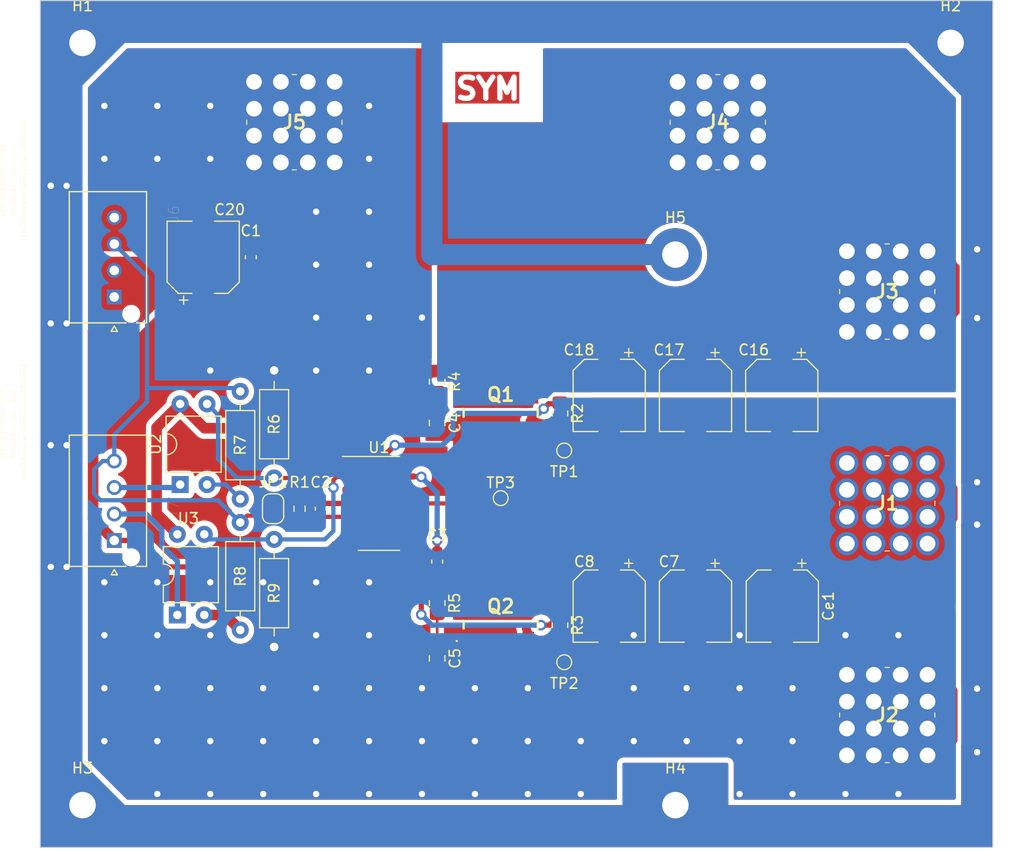
<source format=kicad_pcb>
(kicad_pcb (version 20221018) (generator pcbnew)
  (layers (0 "F.Cu" signal) (31 "B.Cu" signal) (34 "B.Paste" user) (35 "F.Paste" user) (36 "B.SilkS" user "B.Silkscreen") (38 "B.Mask" user) (39 "F.Mask" user) (44 "Edge.Cuts" user))
  (net 0 "")
  (net 1 "GND")
  (net 2 "/LOAD")
  (net 3 "+BATT")
  (net 4 "GNDPWR")
  (net 5 "Net-(JP1-B)")
  (net 6 "+12V")
  (net 7 "Net-(U1-V_{B})")
  (net 8 "Net-(C4-Pad1)")
  (net 9 "Net-(C5-Pad1)")
  (net 10 "H_{IN}")
  (net 11 "L_{IN}")
  (net 12 "/V_{GH}")
  (net 13 "/V_{GL}")
  (net 14 "Net-(U1-HO)")
  (net 15 "Net-(U1-LO)")
  (net 19 "Net-(R7-Pad1)")
  (net 20 "H_{IN}_{_ISO}")
  (net 21 "L_{IN}_{_ISO}")
  (net 22 "Net-(R8-Pad1)")
  (net 23 "Earth_Clean")
  (footprint "Library:MOLEX_2078430004_L1NK_250_4-PIN" (layer "F.Cu") (at 129 63 -90)
    (fp_text reference "J6")
    (fp_text value "Conn_01x04")
  )
  (footprint "Library:MOLEX_2078430004_L1NK_250_4-PIN" (layer "F.Cu") (at 129 86 -90)
    (fp_text reference "J7")
    (fp_text value "Conn_01x04")
  )
  (footprint "MountingHole:MountingHole_2.5mm_Pad" (layer "F.Cu") (at 182 111)
    (fp_text reference "H4")
    (fp_text value "MountingHole_Pad")
  )
  (footprint "Capacitor_SMD:CP_Elec_6.3x5.4_Nichicon" (layer "F.Cu") (at 192.05 72.3 -90)
    (fp_text reference "C16")
    (fp_text value "100nF")
  )
  (footprint "Capacitor_SMD:CP_Elec_6.3x5.4_Nichicon" (layer "F.Cu") (at 183.9 92.2 -90)
    (fp_text reference "C7")
    (fp_text value "100nF")
  )
  (footprint "Resistor_THT:R_Axial_DIN0207_L6.3mm_D2.5mm_P10.16mm_Horizontal" (layer "F.Cu") (at 140.9 94.46 90)
    (fp_text reference "R8")
    (fp_text value "R_{DT}")
  )
  (footprint "Package_DIP:DIP-4_W7.62mm" (layer "F.Cu") (at 134.96 93.04 90)
    (fp_text reference "U3")
    (fp_text value "EL817")
  )
  (footprint "Library:M5 Screw Terminal" (layer "F.Cu") (at 198.2 86.3)
    (fp_text reference "J1")
    (fp_text value "Motor Middle Connection" hide)
  )
  (footprint "TestPoint:TestPoint_Pad_D1.0mm" (layer "F.Cu") (at 171.5 97.5)
    (fp_text reference "TP2")
    (fp_text value "V_{Gate_LO}")
  )
  (footprint "Resistor_THT:R_Axial_DIN0207_L6.3mm_D2.5mm_P10.16mm_Horizontal" (layer "F.Cu") (at 144.1 80.1 90)
    (fp_text reference "R6")
    (fp_text value "R_{DT}")
  )
  (footprint "TestPoint:TestPoint_Pad_D1.0mm" (layer "F.Cu") (at 165.5 82)
    (fp_text reference "TP3")
    (fp_text value "V_{Drain}")
  )
  (footprint "Resistor_SMD:R_0805_2012Metric_Pad1.20x1.40mm_HandSolder" (layer "F.Cu") (at 159.5 71 -90)
    (fp_text reference "R4")
    (fp_text value "R_{SNUBH}")
  )
  (footprint "Resistor_SMD:R_0805_2012Metric_Pad1.20x1.40mm_HandSolder" (layer "F.Cu") (at 171.1 94 -90)
    (fp_text reference "R3")
    (fp_text value "R_{G}_{L}")
  )
  (footprint "Resistor_SMD:R_0805_2012Metric_Pad1.20x1.40mm_HandSolder" (layer "F.Cu") (at 171.1 74 -90)
    (fp_text reference "R2")
    (fp_text value "R_{G}_{H}")
  )
  (footprint "Capacitor_SMD:C_0603_1608Metric_Pad1.08x0.95mm_HandSolder" (layer "F.Cu") (at 148.5 83 -90)
    (fp_text reference "C2")
    (fp_text value "1nF")
  )
  (footprint "Library:M5 Screw Terminal" (layer "F.Cu") (at 182.2 50.3)
    (fp_text reference "J4")
    (fp_text value "Batt+" hide)
  )
  (footprint "TestPoint:TestPoint_Pad_D1.0mm" (layer "F.Cu") (at 171.5 77.5)
    (fp_text reference "TP1")
    (fp_text value "V_{Gate_HI}")
  )
  (footprint "Capacitor_SMD:C_0603_1608Metric_Pad1.08x0.95mm_HandSolder" (layer "F.Cu") (at 141.9 59.25 90)
    (fp_text reference "C1")
    (fp_text value "1uF")
  )
  (footprint "Library:IAUA250N04S6N005AUMA1" (layer "F.Cu") (at 165.5 91.825)
    (fp_text reference "Q2")
    (fp_text value "IAUA250N04S6N005" hide)
  )
  (footprint "Library:M5 Screw Terminal" (layer "F.Cu") (at 142.2 50.3)
    (fp_text reference "J5")
    (fp_text value "Batt-" hide)
  )
  (footprint "Library:M5 Screw Terminal" (layer "F.Cu") (at 198.2 66.3)
    (fp_text reference "J3")
    (fp_text value "Motor Upper Connection" hide)
  )
  (footprint "Capacitor_SMD:CP_Elec_6.3x5.4_Nichicon" (layer "F.Cu") (at 175.75 72.3 -90)
    (fp_text reference "C18")
    (fp_text value "100nF")
  )
  (footprint "Library:IAUA250N04S6N005AUMA1" (layer "F.Cu") (at 165.5 71.825)
    (fp_text reference "Q1")
    (fp_text value "IAUA250N04S6N005" hide)
  )
  (footprint "Package_SO:SO-14_3.9x8.65mm_P1.27mm" (layer "F.Cu") (at 154 82.5)
    (fp_text reference "U1")
    (fp_text value "2ED21824S06J")
  )
  (footprint "MountingHole:MountingHole_2.5mm_Pad" (layer "F.Cu") (at 126 111)
    (fp_text reference "H3")
    (fp_text value "MountingHole_Pad")
  )
  (footprint "MountingHole:MountingHole_2.5mm_Pad" (layer "F.Cu") (at 126 39)
    (fp_text reference "H1")
    (fp_text value "MountingHole_Pad")
  )
  (footprint "Resistor_SMD:R_0603_1608Metric_Pad0.98x0.95mm_HandSolder" (layer "F.Cu") (at 146.5 83 -90)
    (fp_text reference "R1")
    (fp_text value "R_{DT}")
  )
  (footprint "Resistor_THT:R_Axial_DIN0207_L6.3mm_D2.5mm_P10.16mm_Horizontal" (layer "F.Cu") (at 140.9 82.08 90)
    (fp_text reference "R7")
    (fp_text value "R_{DT}")
  )
  (footprint "Resistor_THT:R_Axial_DIN0207_L6.3mm_D2.5mm_P10.16mm_Horizontal" (layer "F.Cu") (at 144.1 85.9 -90)
    (fp_text reference "R9")
    (fp_text value "R_{DT}")
  )
  (footprint "Library:M5 Screw Terminal" (layer "F.Cu") (at 198.2 106.3)
    (fp_text reference "J2")
    (fp_text value "Motor Bottom Connection" hide)
  )
  (footprint "Capacitor_SMD:CP_Elec_6.3x5.4_Nichicon" (layer "F.Cu") (at 183.9 72.3 -90)
    (fp_text reference "C17")
    (fp_text value "100nF")
  )
  (footprint "Capacitor_SMD:CP_Elec_6.3x5.4_Nichicon" (layer "F.Cu") (at 137.4 59.25 90)
    (fp_text reference "C20")
    (fp_text value "100uF")
  )
  (footprint "Capacitor_SMD:CP_Elec_6.3x5.4_Nichicon" (layer "F.Cu") (at 175.75 92.2 -90)
    (fp_text reference "C8")
    (fp_text value "100nF")
  )
  (footprint "MountingHole:MountingHole_2.5mm_Pad" (layer "F.Cu") (at 208 39)
    (fp_text reference "H2")
    (fp_text value "MountingHole_Pad")
  )
  (footprint "MountingHole:MountingHole_2.5mm_Pad" (layer "F.Cu") (at 182 59)
    (fp_text reference "H5")
    (fp_text value "MountingHole_Pad")
  )
  (footprint "Jumper:SolderJumper-2_P1.3mm_Open_RoundedPad1.0x1.5mm" (layer "F.Cu") (at 144 83 90)
    (fp_text reference "JP1")
    (fp_text value "J_{DT}")
  )
  (footprint "Capacitor_SMD:CP_Elec_6.3x5.4_Nichicon" (layer "F.Cu") (at 192.1 92.2 -90)
    (fp_text reference "Ce1")
    (fp_text value "100nF")
  )
  (footprint "Capacitor_SMD:C_0603_1608Metric_Pad1.08x0.95mm_HandSolder" (layer "F.Cu") (at 159.5 88 -90)
    (fp_text reference "C3")
    (fp_text value "4.7uF")
  )
  (footprint "Package_DIP:DIP-4_W7.62mm" (layer "F.Cu") (at 135.225 80.72 90)
    (fp_text reference "U2")
    (fp_text value "EL817")
  )
  (footprint "Capacitor_SMD:C_0805_2012Metric_Pad1.18x1.45mm_HandSolder" (layer "F.Cu") (at 159.5 74.9 -90)
    (fp_text reference "C4")
    (fp_text value "C_{SNUBH}")
  )
  (footprint "Capacitor_SMD:C_0805_2012Metric_Pad1.18x1.45mm_HandSolder" (layer "F.Cu") (at 159.5 97.1375 -90)
    (fp_text reference "C5")
    (fp_text value "C_{SNUBL}")
  )
  (footprint "Resistor_SMD:R_0805_2012Metric_Pad1.20x1.40mm_HandSolder" (layer "F.Cu") (at 159.5 91.9125 -90)
    (fp_text reference "R5")
    (fp_text value "R_{SNUBL}")
  )
  (gr_rect (start 122 35) (end 212 115) (stroke (width 0.1)) (fill none) (layer "Edge.Cuts"))
  (gr_text "M" (at 210.5 82.5 90) (layer "F.Cu") (effects (font (size 1.5 1.5) (thickness 0.3) bold)))
  (gr_text "H_{IN}\n" (at 123.5 81.28) (layer "F.Cu") (effects (font (size 0.8 0.8) (thickness 0.2) bold)))
  (gr_text "GND\n" (at 124 56.75 90) (layer "F.Cu") (effects (font (size 1.5 1.5) (thickness 0.3) bold)))
  (gr_text "M+" (at 210.7 62.3 90) (layer "F.Cu") (effects (font (size 1.5 1.5) (thickness 0.3) bold)))
  (gr_text "SYM" (at 161 44.5) (layer "F.Cu" knockout) (effects (font (size 2 2) (thickness 0.5) bold) (justify left bottom)))
  (gr_text "M-" (at 210.5 102.5 90) (layer "F.Cu") (effects (font (size 1.5 1.5) (thickness 0.3) bold)))
  (gr_text "12V\n" (at 124 61.75 90) (layer "F.Cu") (effects (font (size 1.5 1.5) (thickness 0.3) bold)))
  (gr_text "L_{IN}" (at 123.5 83.82) (layer "F.Cu") (effects (font (size 0.8 0.8) (thickness 0.2) bold)))
  (gr_text "GND" (at 123.5 78.74) (layer "F.Cu") (effects (font (size 0.6 0.6) (thickness 0.15) bold)))
  (gr_text "VIN\n" (at 123.5 86.36) (layer "F.Cu") (effects (font (size 0.8 0.8) (thickness 0.2) bold)))
  (segment (start 148.5925 83.77) (end 148.5 83.8625) (width 0.4) (layer "F.Cu") (net 1))
  (segment (start 144.2625 83.9125) (end 146.5 83.9125) (width 0.4) (layer "F.Cu") (net 1))
  (segment (start 144 83.65) (end 141.55 83.65) (width 0.4) (layer "F.Cu") (net 1))
  (segment (start 151.525 83.77) (end 148.5925 83.77) (width 0.4) (layer "F.Cu") (net 1))
  (segment (start 144 83.65) (end 144.2625 83.9125) (width 0.4) (layer "F.Cu") (net 1))
  (segment (start 141.55 83.65) (end 140.9 84.3) (width 0.4) (layer "F.Cu") (net 1))
  (segment (start 148.5 83.8625) (end 146.55 83.8625) (width 0.4) (layer "F.Cu") (net 1))
  (segment (start 146.55 83.8625) (end 146.5 83.9125) (width 0.4) (layer "F.Cu") (net 1))
  (segment (start 129 78.5) (end 129 76) (width 0.4) (layer "B.Cu") (net 1))
  (segment (start 127.9 78.5) (end 129 78.5) (width 0.4) (layer "B.Cu") (net 1))
  (segment (start 129 76) (end 132.1 72.9) (width 0.4) (layer "B.Cu") (net 1))
  (segment (start 127.1 81.6) (end 127.1 79.3) (width 0.4) (layer "B.Cu") (net 1))
  (segment (start 132.1 61.1) (end 129 58) (width 0.4) (layer "B.Cu") (net 1))
  (segment (start 140.58 71.6) (end 132.2 71.6) (width 0.4) (layer "B.Cu") (net 1))
  (segment (start 132.1 72.9) (end 132.1 71.5) (width 0.4) (layer "B.Cu") (net 1))
  (segment (start 140.9 84.3) (end 138.8 82.2) (width 0.4) (layer "B.Cu") (net 1))
  (segment (start 127.1 79.3) (end 127.9 78.5) (width 0.4) (layer "B.Cu") (net 1))
  (segment (start 138.8 82.2) (end 127.7 82.2) (width 0.4) (layer "B.Cu") (net 1))
  (segment (start 140.9 71.92) (end 140.58 71.6) (width 0.4) (layer "B.Cu") (net 1))
  (segment (start 140.9 71.92) (end 140.48 71.5) (width 0.4) (layer "B.Cu") (net 1))
  (segment (start 127.7 82.2) (end 127.1 81.6) (width 0.4) (layer "B.Cu") (net 1))
  (segment (start 132.2 71.6) (end 132.1 71.5) (width 0.4) (layer "B.Cu") (net 1))
  (segment (start 132.1 71.5) (end 132.1 61.1) (width 0.4) (layer "B.Cu") (net 1))
  (segment (start 164 82.5) (end 164.5 82) (width 0.4) (layer "F.Cu") (net 2))
  (segment (start 156.475 82.5) (end 164 82.5) (width 0.4) (layer "F.Cu") (net 2))
  (segment (start 164.5 82) (end 165.5 82) (width 0.4) (layer "F.Cu") (net 2))
  (segment (start 153.6 75.4) (end 159 70) (width 1) (layer "F.Cu") (net 3))
  (segment (start 165.326 70) (end 165.5 70.174) (width 1) (layer "F.Cu") (net 3))
  (segment (start 133 75.325) (end 135.225 73.1) (width 1) (layer "F.Cu") (net 3))
  (segment (start 135.225 73.1) (end 137.525 75.4) (width 1) (layer "F.Cu") (net 3))
  (segment (start 159 70) (end 165.326 70) (width 1) (layer "F.Cu") (net 3))
  (segment (start 134.96 85.42) (end 133 83.46) (width 1) (layer "F.Cu") (net 3))
  (segment (start 133 83.46) (end 133 75.325) (width 1) (layer "F.Cu") (net 3))
  (segment (start 137.525 75.4) (end 153.6 75.4) (width 1) (layer "F.Cu") (net 3))
  (via (at 203.066526 94.95) (size 1) (drill 0.6) (layers "F.Cu" "B.Cu") (net 4))
  (via (at 128.066526 49.95) (size 1) (drill 0.6) (layers "F.Cu" "B.Cu") (net 4))
  (via (at 148.066526 104.95) (size 1) (drill 0.6) (layers "F.Cu" "B.Cu") (net 4))
  (via (at 133.066526 49.95) (size 1) (drill 0.6) (layers "F.Cu" "B.Cu") (net 4))
  (via (at 138.066526 69.95) (size 1) (drill 0.6) (layers "F.Cu" "B.Cu") (net 4))
  (via (at 133.066526 109.95) (size 1) (drill 0.6) (layers "F.Cu" "B.Cu") (net 4))
  (via (at 138.066526 99.95) (size 1) (drill 0.6) (layers "F.Cu" "B.Cu") (net 4))
  (via (at 153.066526 94.95) (size 1) (drill 0.6) (layers "F.Cu" "B.Cu") (net 4))
  (via (at 163.066526 109.95) (size 1) (drill 0.6) (layers "F.Cu" "B.Cu") (net 4))
  (via (at 143.066526 104.95) (size 1) (drill 0.6) (layers "F.Cu" "B.Cu") (net 4))
  (via (at 153.066526 69.95) (size 1) (drill 0.6) (layers "F.Cu" "B.Cu") (net 4))
  (via (at 163.066526 104.95) (size 1) (drill 0.6) (layers "F.Cu" "B.Cu") (net 4))
  (via (at 138.066526 94.95) (size 1) (drill 0.6) (layers "F.Cu" "B.Cu") (net 4))
  (via (at 198.066526 109.95) (size 1) (drill 0.6) (layers "F.Cu" "B.Cu") (net 4))
  (via (at 163.066526 99.95) (size 1) (drill 0.6) (layers "F.Cu" "B.Cu") (net 4))
  (via (at 183.066526 99.95) (size 1) (drill 0.6) (layers "F.Cu" "B.Cu") (net 4))
  (via (at 128.066526 89.95) (size 1) (drill 0.6) (layers "F.Cu" "B.Cu") (net 4))
  (via (at 153.066526 59.95) (size 1) (drill 0.6) (layers "F.Cu" "B.Cu") (net 4))
  (via (at 143.066526 109.95) (size 1) (drill 0.6) (layers "F.Cu" "B.Cu") (net 4))
  (via (at 178.066526 104.95) (size 1) (drill 0.6) (layers "F.Cu" "B.Cu") (net 4))
  (via (at 153.066526 104.95) (size 1) (drill 0.6) (layers "F.Cu" "B.Cu") (net 4))
  (via (at 138.066526 44.95) (size 1) (drill 0.6) (layers "F.Cu" "B.Cu") (net 4))
  (via (at 148.066526 64.95) (size 1) (drill 0.6) (layers "F.Cu" "B.Cu") (net 4))
  (via (at 153.066526 54.95) (size 1) (drill 0.6) (layers "F.Cu" "B.Cu") (net 4))
  (via (at 153.066526 99.95) (size 1) (drill 0.6) (layers "F.Cu" "B.Cu") (net 4))
  (via (at 188.066526 104.95) (size 1) (drill 0.6) (layers "F.Cu" "B.Cu") (net 4))
  (via (at 143.066526 99.95) (size 1) (drill 0.6) (layers "F.Cu" "B.Cu") (net 4))
  (via (at 148.066526 89.95) (size 1) (drill 0.6) (layers "F.Cu" "B.Cu") (net 4))
  (via (at 158.066526 109.95) (size 1) (drill 0.6) (layers "F.Cu" "B.Cu") (net 4))
  (via (at 153.066526 44.95) (size 1) (drill 0.6) (layers "F.Cu" "B.Cu") (net 4))
  (via (at 158.066526 99.95) (size 1) (drill 0.6) (layers "F.Cu" "B.Cu") (net 4))
  (via (at 148.066526 109.95) (size 1) (drill 0.6) (layers "F.Cu" "B.Cu") (net 4))
  (via (at 198.066526 94.95) (size 1) (drill 0.6) (layers "F.Cu" "B.Cu") (net 4))
  (via (at 153.066526 89.95) (size 1) (drill 0.6) (layers "F.Cu" "B.Cu") (net 4))
  (via (at 148.066526 99.95) (size 1) (drill 0.6) (layers "F.Cu" "B.Cu") (net 4))
  (via (at 128.066526 99.95) (size 1) (drill 0.6) (layers "F.Cu" "B.Cu") (net 4))
  (via (at 133.066526 89.95) (size 1) (drill 0.6) (layers "F.Cu" "B.Cu") (net 4))
  (via (at 158.066526 104.95) (size 1) (drill 0.6) (layers "F.Cu" "B.Cu") (net 4))
  (via (at 168.066526 99.95) (size 1) (drill 0.6) (layers "F.Cu" "B.Cu") (net 4))
  (via (at 153.066526 64.95) (size 1) (drill 0.6) (layers "F.Cu" "B.Cu") (net 4))
  (via (at 138.066526 49.95) (size 1) (drill 0.6) (layers "F.Cu" "B.Cu") (net 4))
  (via (at 183.066526 104.95) (size 1) (drill 0.6) (layers "F.Cu" "B.Cu") (net 4))
  (via (at 143.066526 89.95) (size 1) (drill 0.6) (layers "F.Cu" "B.Cu") (net 4))
  (via (at 178.066526 94.95) (size 1) (drill 0.6) (layers "F.Cu" "B.Cu") (net 4))
  (via (at 188.066526 99.95) (size 1) (drill 0.6) (layers "F.Cu" "B.Cu") (net 4))
  (via (at 193.066526 109.95) (size 1) (drill 0.6) (layers "F.Cu" "B.Cu") (net 4))
  (via (at 133.066526 99.95) (size 1) (drill 0.6) (layers "F.Cu" "B.Cu") (net 4))
  (via (at 133.066526 44.95) (size 1) (drill 0.6) (layers "F.Cu" "B.Cu") (net 4))
  (via (at 128.066526 94.95) (size 1) (drill 0.6) (layers "F.Cu" "B.Cu") (net 4))
  (via (at 128.066526 104.95) (size 1) (drill 0.6) (layers "F.Cu" "B.Cu") (net 4))
  (via (at 148.066526 94.95) (size 1) (drill 0.6) (layers "F.Cu" "B.Cu") (net 4))
  (via (at 168.066526 109.95) (size 1) (drill 0.6) (layers "F.Cu" "B.Cu") (net 4))
  (via (at 133.066526 94.95) (size 1) (drill 0.6) (layers "F.Cu" "B.Cu") (net 4))
  (via (at 138.066526 89.95) (size 1) (drill 0.6) (layers "F.Cu" "B.Cu") (net 4))
  (via (at 188.066526 94.95) (size 1) (drill 0.6) (layers "F.Cu" "B.Cu") (net 4))
  (via (at 138.066526 104.95) (size 1) (drill 0.6) (layers "F.Cu" "B.Cu") (net 4))
  (via (at 193.066526 104.95) (size 1) (drill 0.6) (layers "F.Cu" "B.Cu") (net 4))
  (via (at 133.066526 104.95) (size 1) (drill 0.6) (layers "F.Cu" "B.Cu") (net 4))
  (via (at 173.066526 109.95) (size 1) (drill 0.6) (layers "F.Cu" "B.Cu") (net 4))
  (via (at 188.066526 109.95) (size 1) (drill 0.6) (layers "F.Cu" "B.Cu") (net 4))
  (via (at 153.066526 49.95) (size 1) (drill 0.6) (layers "F.Cu" "B.Cu") (net 4))
  (via (at 148.066526 59.95) (size 1) (drill 0.6) (layers "F.Cu" "B.Cu") (net 4))
  (via (at 158.066526 64.95) (size 1) (drill 0.6) (layers "F.Cu" "B.Cu") (net 4))
  (via (at 148.066526 54.95) (size 1) (drill 0.6) (layers "F.Cu" "B.Cu") (net 4))
  (via (at 138.066526 109.95) (size 1) (drill 0.6) (layers "F.Cu" "B.Cu") (net 4))
  (via (at 168.066526 104.95) (size 1) (drill 0.6) (layers "F.Cu" "B.Cu") (net 4))
  (via (at 193.066526 99.95) (size 1) (drill 0.6) (layers "F.Cu" "B.Cu") (net 4))
  (via (at 153.066526 109.95) (size 1) (drill 0.6) (layers "F.Cu" "B.Cu") (net 4))
  (via (at 128.066526 44.95) (size 1) (drill 0.6) (layers "F.Cu" "B.Cu") (net 4))
  (via (at 178.066526 99.95) (size 1) (drill 0.6) (layers "F.Cu" "B.Cu") (net 4))
  (via (at 203.066526 109.95) (size 1) (drill 0.6) (layers "F.Cu" "B.Cu") (net 4))
  (via (at 148.066526 69.95) (size 1) (drill 0.6) (layers "F.Cu" "B.Cu") (net 4))
  (via (at 173.066526 104.95) (size 1) (drill 0.6) (layers "F.Cu" "B.Cu") (net 4))
  (segment (start 146.55 82.1375) (end 146.5 82.0875) (width 0.5) (layer "F.Cu") (net 5))
  (segment (start 146.5 82.0875) (end 144.2625 82.0875) (width 0.5) (layer "F.Cu") (net 5))
  (segment (start 148.5 82.1375) (end 146.55 82.1375) (width 0.5) (layer "F.Cu") (net 5))
  (segment (start 144.2625 82.0875) (end 144 82.35) (width 0.5) (layer "F.Cu") (net 5))
  (segment (start 148.8625 82.5) (end 148.5 82.1375) (width 0.5) (layer "F.Cu") (net 5))
  (segment (start 151.525 82.5) (end 148.8625 82.5) (width 0.5) (layer "F.Cu") (net 5))
  (segment (start 129 60.5) (end 129 64.2) (width 1) (layer "F.Cu") (net 6))
  (segment (start 129 64.2) (end 127 66.2) (width 1) (layer "F.Cu") (net 6))
  (segment (start 131.5 86) (end 129 86) (width 0.5) (layer "F.Cu") (net 6))
  (segment (start 140.0125 62) (end 130.5 62) (width 1) (layer "F.Cu") (net 6))
  (segment (start 134 88.5) (end 131.5 86) (width 0.5) (layer "F.Cu") (net 6))
  (segment (start 127 66.2) (end 127 84) (width 1) (layer "F.Cu") (net 6))
  (segment (start 127 84) (end 129 86) (width 1) (layer "F.Cu") (net 6))
  (segment (start 139.6 88.1) (end 139.2 88.5) (width 0.5) (layer "F.Cu") (net 6))
  (segment (start 139.2 88.5) (end 134 88.5) (width 0.5) (layer "F.Cu") (net 6))
  (segment (start 130.5 62) (end 129 60.5) (width 1) (layer "F.Cu") (net 6))
  (segment (start 141.9 60.1125) (end 140.0125 62) (width 1) (layer "F.Cu") (net 6))
  (segment (start 148 88.1) (end 139.6 88.1) (width 0.5) (layer "F.Cu") (net 6))
  (segment (start 151.525 86.31) (end 149.79 86.31) (width 0.5) (layer "F.Cu") (net 6))
  (segment (start 149.79 86.31) (end 148 88.1) (width 0.5) (layer "F.Cu") (net 6))
  (segment (start 156.475 79.96) (end 157.96 79.96) (width 0.5) (layer "F.Cu") (net 7))
  (segment (start 157.96 79.96) (end 158 80) (width 0.5) (layer "F.Cu") (net 7))
  (segment (start 159.5 86) (end 159.5 87.1375) (width 0.5) (layer "F.Cu") (net 7))
  (via (at 158 80) (size 1) (drill 0.6) (layers "F.Cu" "B.Cu") (net 7))
  (via (at 159.5 86) (size 1) (drill 0.6) (layers "F.Cu" "B.Cu") (net 7))
  (segment (start 159.5 81.5) (end 159.5 86) (width 0.5) (layer "B.Cu") (net 7))
  (segment (start 158 80) (end 159.5 81.5) (width 0.5) (layer "B.Cu") (net 7))
  (segment (start 159.5 72) (end 159.5 73.8625) (width 0.5) (layer "F.Cu") (net 8))
  (segment (start 159.5 92.825) (end 159.5 96.275) (width 0.25) (layer "F.Cu") (net 9))
  (segment (start 129 81) (end 134.945 81) (width 0.5) (layer "B.Cu") (net 10))
  (segment (start 134.945 81) (end 135.225 80.72) (width 0.5) (layer "B.Cu") (net 10))
  (segment (start 133.5 86.5) (end 133.5 85) (width 0.5) (layer "B.Cu") (net 11))
  (segment (start 134.96 93.04) (end 134.96 87.96) (width 0.5) (layer "B.Cu") (net 11))
  (segment (start 133.5 85) (end 132 83.5) (width 0.5) (layer "B.Cu") (net 11))
  (segment (start 132 83.5) (end 129 83.5) (width 0.5) (layer "B.Cu") (net 11))
  (segment (start 134.96 87.96) (end 133.5 86.5) (width 0.5) (layer "B.Cu") (net 11))
  (segment (start 170.025374 73.0875) (end 171 73.0875) (width 0.5) (layer "F.Cu") (net 14))
  (segment (start 155 81) (end 154.5 80.5) (width 0.5) (layer "F.Cu") (net 14))
  (segment (start 154.5 78) (end 155.5 77) (width 0.5) (layer "F.Cu") (net 14))
  (segment (start 156.475 81.23) (end 155.23 81.23) (width 0.5) (layer "F.Cu") (net 14))
  (segment (start 169.557983 73.554891) (end 170.025374 73.0875) (width 0.5) (layer "F.Cu") (net 14))
  (segment (start 154.5 79) (end 154.5 78) (width 0.5) (layer "F.Cu") (net 14))
  (segment (start 154.5 80.5) (end 154.5 79) (width 0.5) (layer "F.Cu") (net 14))
  (segment (start 155.23 81.23) (end 155 81) (width 0.5) (layer "F.Cu") (net 14))
  (via (at 155.5 77) (size 1) (drill 0.6) (layers "F.Cu" "B.Cu") (net 14))
  (via (at 169.557983 73.554891) (size 1) (drill 0.6) (layers "F.Cu" "B.Cu") (net 14))
  (segment (start 161 76) (end 160 77) (width 0.5) (layer "B.Cu") (net 14))
  (segment (start 169.112874 74) (end 161.5 74) (width 0.5) (layer "B.Cu") (net 14))
  (segment (start 161 74.5) (end 161 76) (width 0.5) (layer "B.Cu") (net 14))
  (segment (start 161.5 74) (end 161 74.5) (width 0.5) (layer "B.Cu") (net 14))
  (segment (start 160 77) (end 155.5 77) (width 0.5) (layer "B.Cu") (net 14))
  (segment (start 169.557983 73.554891) (end 169.112874 74) (width 0.5) (layer "B.Cu") (net 14))
  (segment (start 158 90) (end 158 93) (width 0.5) (layer "F.Cu") (net 15))
  (segment (start 151.525 85.04) (end 153.04 85.04) (width 0.5) (layer "F.Cu") (net 15))
  (segment (start 154 86) (end 154 87) (width 0.5) (layer "F.Cu") (net 15))
  (segment (start 154 87) (end 154.5 87.5) (width 0.5) (layer "F.Cu") (net 15))
  (segment (start 154.5 87.5) (end 155.5 87.5) (width 0.5) (layer "F.Cu") (net 15))
  (segment (start 155.5 87.5) (end 158 90) (width 0.5) (layer "F.Cu") (net 15))
  (segment (start 169.3 94) (end 170.1 94) (width 0.5) (layer "F.Cu") (net 15))
  (segment (start 153.04 85.04) (end 154 86) (width 0.5) (layer "F.Cu") (net 15))
  (segment (start 170.1 94) (end 171.1 93) (width 0.5) (layer "F.Cu") (net 15))
  (via (at 158 93) (size 1) (drill 0.6) (layers "F.Cu" "B.Cu") (net 15))
  (via (at 169.3 94) (size 1) (drill 0.6) (layers "F.Cu" "B.Cu") (net 15))
  (segment (start 169.3 94) (end 159 94) (width 0.5) (layer "B.Cu") (net 15))
  (segment (start 159 94) (end 158 93) (width 0.5) (layer "B.Cu") (net 15))
  (segment (start 140.9 82.08) (end 139.54 80.72) (width 0.4) (layer "B.Cu") (net 19))
  (segment (start 139.54 80.72) (end 137.765 80.72) (width 0.4) (layer "B.Cu") (net 19))
  (segment (start 148.2 80.1) (end 144.1 80.1) (width 0.4) (layer "F.Cu") (net 20))
  (segment (start 149.61 78.69) (end 148.2 80.1) (width 0.4) (layer "F.Cu") (net 20))
  (segment (start 151.525 78.69) (end 149.61 78.69) (width 0.4) (layer "F.Cu") (net 20))
  (segment (start 137.765 73.1) (end 138.8 74.135) (width 0.4) (layer "B.Cu") (net 20))
  (segment (start 140.6 80.1) (end 144.1 80.1) (width 0.4) (layer "B.Cu") (net 20))
  (segment (start 138.8 78.3) (end 140.6 80.1) (width 0.4) (layer "B.Cu") (net 20))
  (segment (start 138.8 74.135) (end 138.8 78.3) (width 0.4) (layer "B.Cu") (net 20))
  (segment (start 151.485 80) (end 151.525 79.96) (width 0.4) (layer "F.Cu") (net 21))
  (segment (start 149.7 80.3) (end 150 80) (width 0.4) (layer "F.Cu") (net 21))
  (segment (start 149.7 81) (end 149.7 80.3) (width 0.4) (layer "F.Cu") (net 21))
  (segment (start 150 80) (end 151.485 80) (width 0.4) (layer "F.Cu") (net 21))
  (via (at 149.7 81) (size 1) (drill 0.6) (layers "F.Cu" "B.Cu") (net 21))
  (segment (start 144.1 85.9) (end 148.9 85.9) (width 0.4) (layer "B.Cu") (net 21))
  (segment (start 137.98 85.9) (end 144.1 85.9) (width 0.4) (layer "B.Cu") (net 21))
  (segment (start 137.5 85.42) (end 137.98 85.9) (width 0.4) (layer "B.Cu") (net 21))
  (segment (start 148.9 85.9) (end 149.7 85.1) (width 0.4) (layer "B.Cu") (net 21))
  (segment (start 149.7 85.1) (end 149.7 81) (width 0.4) (layer "B.Cu") (net 21))
  (segment (start 137.5 93.04) (end 139.48 93.04) (width 1) (layer "F.Cu") (net 22))
  (segment (start 139.48 93.04) (end 140.9 94.46) (width 1) (layer "F.Cu") (net 22))
  (via (at 123 88.5) (size 0.8) (drill 0.6) (layers "F.Cu" "B.Cu") (net 23))
  (via (at 123 77) (size 0.8) (drill 0.6) (layers "F.Cu" "B.Cu") (net 23))
  (via (at 123 65.5) (size 0.8) (drill 0.6) (layers "F.Cu" "B.Cu") (net 23))
  (via (at 210.5 106) (size 0.8) (drill 0.6) (layers "F.Cu" "B.Cu") (net 23))
  (via (at 210.5 100) (size 0.8) (drill 0.6) (layers "F.Cu" "B.Cu") (net 23))
  (via (at 124.5 65.5) (size 0.8) (drill 0.6) (layers "F.Cu" "B.Cu") (net 23))
  (via (at 210.5 65) (size 0.8) (drill 0.6) (layers "F.Cu" "B.Cu") (net 23))
  (via (at 210.5 58.5) (size 0.8) (drill 0.6) (layers "F.Cu" "B.Cu") (net 23))
  (via (at 124.5 52.5) (size 0.8) (drill 0.6) (layers "F.Cu" "B.Cu") (net 23))
  (via (at 123 52.5) (size 0.8) (drill 0.6) (layers "F.Cu" "B.Cu") (net 23))
  (via (at 124.5 88.5) (size 0.8) (drill 0.6) (layers "F.Cu" "B.Cu") (net 23))
  (via (at 210.5 84.5) (size 0.8) (drill 0.6) (layers "F.Cu" "B.Cu") (net 23))
  (via (at 210.5 84.5) (size 0.8) (drill 0.6) (layers "F.Cu" "B.Cu") (net 23))
  (via (at 210.5 80.5) (size 0.8) (drill 0.6) (layers "F.Cu" "B.Cu") (net 23))
  (via (at 124.5 77) (size 0.8) (drill 0.6) (layers "F.Cu" "B.Cu") (net 23))
  (via (at 123 52.5) (size 0.8) (drill 0.6) (layers "F.Cu" "B.Cu") (net 23))
  (segment (start 159 59) (end 159 37) (width 2) (layer "B.Cu") (net 23))
  (segment (start 128 37) (end 126 39) (width 2) (layer "B.Cu") (net 23))
  (segment (start 182 59) (end 159 59) (width 2) (layer "B.Cu") (net 23))
  (segment (start 159 37) (end 128 37) (width 2) (layer "B.Cu") (net 23))
  (zone (net 0) (net_name "") (layer "F.Cu") (connect_pads (clearance 0)) (min_thickness 0.25)
    (keepout (tracks allowed) (vias allowed) (pads allowed) (copperpour not_allowed) (footprints allowed))
    (fill (thermal_gap 0.5) (thermal_bridge_width 0.5))
    (polygon (pts (xy 159.5 39.5) (xy 159.5 46) (xy 169 46) (xy 169 39.5) (xy 169.5 39.5)))
  )
  (zone (net 12) (net_name "/V_{GH}") (layer "F.Cu") (priority 2) (connect_pads yes (clearance 0.508)) (min_thickness 0.25) (fill yes (thermal_gap 0.5) (thermal_bridge_width 0.5))
    (polygon (pts (xy 167.5 74) (xy 167.5 77) (xy 169 77) (xy 170 78.5) (xy 170.5 79) (xy 173 79) (xy 173 74) (xy 171 74) (xy 170 74.5) (xy 169 74)))
  )
  (zone (net 6) (net_name "+12V") (layer "F.Cu") (priority 5) (connect_pads yes (clearance 0.508)) (min_thickness 0.25) (fill yes (thermal_gap 0.5) (thermal_bridge_width 0.5))
    (polygon (pts (xy 126.7 59.2) (xy 143 59.2) (xy 143 64) (xy 133 64) (xy 130.5 66.5) (xy 127 66.5) (xy 126.7 66.2)))
  )
  (zone (net 1) (net_name "GND") (layer "F.Cu") (connect_pads yes (clearance 0.508)) (min_thickness 0.25) (fill yes (thermal_gap 0.5) (thermal_bridge_width 0.5))
    (polygon (pts (xy 126.7 53.010929) (xy 126.7 59.2) (xy 143 59.2) (xy 143 53.1)))
  )
  (zone (net 13) (net_name "/V_{GL}") (layer "F.Cu") (priority 2) (connect_pads yes (clearance 0.508)) (min_thickness 0.25) (fill yes (thermal_gap 0.5) (thermal_bridge_width 0.5))
    (polygon (pts (xy 167.5 94) (xy 167.5 97) (xy 169 97) (xy 170 98.5) (xy 170.5 99) (xy 173 99) (xy 173 94) (xy 171 94) (xy 170 94.5) (xy 169 94)))
  )
  (zone (net 2) (net_name "/LOAD") (layer "F.Cu") (priority 3) (connect_pads yes (clearance 0.508)) (min_thickness 0.25) (fill yes (thermal_gap 0.5) (thermal_bridge_width 0.5))
    (polygon (pts (xy 161 74) (xy 161 74.8) (xy 158.4 74.8) (xy 158.4 76.6) (xy 161 76.6) (xy 161 88) (xy 158.5 88) (xy 158.513394 92) (xy 161 92) (xy 161 93.5) (xy 169.5 93.5) (xy 171 92) (xy 209.5 92) (xy 209.5 72.5) (xy 174 72.5) (xy 174 79.5) (xy 170 79.5) (xy 168.5 77.5) (xy 167.5 77.5) (xy 167.5 74)))
  )
  (zone (net 4) (net_name "GNDPWR") (layers "F&B.Cu") (connect_pads yes (clearance 0.508)) (min_thickness 0.25) (fill yes (thermal_gap 0.5) (thermal_bridge_width 0.5) (smoothing fillet))
    (polygon (pts (xy 204 39) (xy 130 39) (xy 126 43) (xy 126 107) (xy 130 111) (xy 177 111) (xy 176.973044 107.026956) (xy 187 107) (xy 187 111) (xy 209 111) (xy 209.160637 44.160637)))
  )
  (zone (net 23) (net_name "Earth_Clean") (layers "F&B.Cu") (priority 4) (connect_pads yes (clearance 0.508)) (min_thickness 0.25) (fill yes (thermal_gap 0.5) (thermal_bridge_width 0.5))
    (polygon (pts (xy 122 35) (xy 212 35) (xy 212 43) (xy 208 43) (xy 204 39) (xy 130 39) (xy 126 43) (xy 126 107) (xy 130 111) (xy 177 111) (xy 177 107) (xy 187 107) (xy 187 111) (xy 209 111) (xy 209 43.999784) (xy 208 43) (xy 212 43) (xy 212 111) (xy 212 115) (xy 130 115) (xy 122 115)))
  )
  (zone (net 3) (net_name "+BATT") (layers "F&B.Cu") (priority 1) (connect_pads yes (clearance 0.508)) (min_thickness 0.25) (fill yes (thermal_gap 0.5) (thermal_bridge_width 0.5))
    (polygon (pts (xy 169.5 39.5) (xy 169.5 46.5) (xy 159.5 46.5) (xy 159.5 71) (xy 161 71) (xy 161 73.5) (xy 169 73.5) (xy 170.5 72) (xy 209.5 72) (xy 209.5 39.5)))
  )
)
</source>
